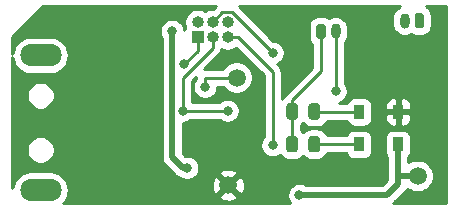
<source format=gbl>
G04 #@! TF.GenerationSoftware,KiCad,Pcbnew,5.1.6+dfsg1-1~bpo9+1*
G04 #@! TF.CreationDate,2022-04-04T20:25:57+02:00*
G04 #@! TF.ProjectId,sdrtrx-pttrelais,73647274-7278-42d7-9074-7472656c6169,rev?*
G04 #@! TF.SameCoordinates,Original*
G04 #@! TF.FileFunction,Copper,L2,Bot*
G04 #@! TF.FilePolarity,Positive*
%FSLAX46Y46*%
G04 Gerber Fmt 4.6, Leading zero omitted, Abs format (unit mm)*
G04 Created by KiCad (PCBNEW 5.1.6+dfsg1-1~bpo9+1) date 2022-04-04 20:25:57*
%MOMM*%
%LPD*%
G01*
G04 APERTURE LIST*
G04 #@! TA.AperFunction,ComponentPad*
%ADD10O,0.800000X1.300000*%
G04 #@! TD*
G04 #@! TA.AperFunction,SMDPad,CuDef*
%ADD11R,0.900000X1.200000*%
G04 #@! TD*
G04 #@! TA.AperFunction,ComponentPad*
%ADD12O,1.000000X1.000000*%
G04 #@! TD*
G04 #@! TA.AperFunction,ComponentPad*
%ADD13R,1.000000X1.000000*%
G04 #@! TD*
G04 #@! TA.AperFunction,SMDPad,CuDef*
%ADD14C,1.500000*%
G04 #@! TD*
G04 #@! TA.AperFunction,ComponentPad*
%ADD15O,3.500000X1.900000*%
G04 #@! TD*
G04 #@! TA.AperFunction,ViaPad*
%ADD16C,0.800000*%
G04 #@! TD*
G04 #@! TA.AperFunction,Conductor*
%ADD17C,0.508000*%
G04 #@! TD*
G04 #@! TA.AperFunction,Conductor*
%ADD18C,0.254000*%
G04 #@! TD*
G04 APERTURE END LIST*
G04 #@! TA.AperFunction,SMDPad,CuDef*
G36*
G01*
X124822800Y-86094250D02*
X124822800Y-87006750D01*
G75*
G02*
X124579050Y-87250500I-243750J0D01*
G01*
X124091550Y-87250500D01*
G75*
G02*
X123847800Y-87006750I0J243750D01*
G01*
X123847800Y-86094250D01*
G75*
G02*
X124091550Y-85850500I243750J0D01*
G01*
X124579050Y-85850500D01*
G75*
G02*
X124822800Y-86094250I0J-243750D01*
G01*
G37*
G04 #@! TD.AperFunction*
G04 #@! TA.AperFunction,SMDPad,CuDef*
G36*
G01*
X126697800Y-86094250D02*
X126697800Y-87006750D01*
G75*
G02*
X126454050Y-87250500I-243750J0D01*
G01*
X125966550Y-87250500D01*
G75*
G02*
X125722800Y-87006750I0J243750D01*
G01*
X125722800Y-86094250D01*
G75*
G02*
X125966550Y-85850500I243750J0D01*
G01*
X126454050Y-85850500D01*
G75*
G02*
X126697800Y-86094250I0J-243750D01*
G01*
G37*
G04 #@! TD.AperFunction*
G04 #@! TA.AperFunction,SMDPad,CuDef*
G36*
G01*
X124822800Y-88862850D02*
X124822800Y-89775350D01*
G75*
G02*
X124579050Y-90019100I-243750J0D01*
G01*
X124091550Y-90019100D01*
G75*
G02*
X123847800Y-89775350I0J243750D01*
G01*
X123847800Y-88862850D01*
G75*
G02*
X124091550Y-88619100I243750J0D01*
G01*
X124579050Y-88619100D01*
G75*
G02*
X124822800Y-88862850I0J-243750D01*
G01*
G37*
G04 #@! TD.AperFunction*
G04 #@! TA.AperFunction,SMDPad,CuDef*
G36*
G01*
X126697800Y-88862850D02*
X126697800Y-89775350D01*
G75*
G02*
X126454050Y-90019100I-243750J0D01*
G01*
X125966550Y-90019100D01*
G75*
G02*
X125722800Y-89775350I0J243750D01*
G01*
X125722800Y-88862850D01*
G75*
G02*
X125966550Y-88619100I243750J0D01*
G01*
X126454050Y-88619100D01*
G75*
G02*
X126697800Y-88862850I0J-243750D01*
G01*
G37*
G04 #@! TD.AperFunction*
D10*
X128021400Y-79756000D03*
G04 #@! TA.AperFunction,ComponentPad*
G36*
G01*
X126371400Y-80206000D02*
X126371400Y-79306000D01*
G75*
G02*
X126571400Y-79106000I200000J0D01*
G01*
X126971400Y-79106000D01*
G75*
G02*
X127171400Y-79306000I0J-200000D01*
G01*
X127171400Y-80206000D01*
G75*
G02*
X126971400Y-80406000I-200000J0D01*
G01*
X126571400Y-80406000D01*
G75*
G02*
X126371400Y-80206000I0J200000D01*
G01*
G37*
G04 #@! TD.AperFunction*
D11*
X133323600Y-86588600D03*
X130023600Y-86588600D03*
X129998200Y-89344500D03*
X133298200Y-89344500D03*
D12*
X118872000Y-78994000D03*
X118872000Y-80264000D03*
X117602000Y-78994000D03*
X117602000Y-80264000D03*
X116332000Y-78994000D03*
D13*
X116332000Y-80264000D03*
D14*
X118935500Y-92786200D03*
X134962900Y-92011500D03*
X119634000Y-83693000D03*
D10*
X133858000Y-78867000D03*
G04 #@! TA.AperFunction,ComponentPad*
G36*
G01*
X135508000Y-78417000D02*
X135508000Y-79317000D01*
G75*
G02*
X135308000Y-79517000I-200000J0D01*
G01*
X134908000Y-79517000D01*
G75*
G02*
X134708000Y-79317000I0J200000D01*
G01*
X134708000Y-78417000D01*
G75*
G02*
X134908000Y-78217000I200000J0D01*
G01*
X135308000Y-78217000D01*
G75*
G02*
X135508000Y-78417000I0J-200000D01*
G01*
G37*
G04 #@! TD.AperFunction*
D15*
X103039000Y-81803000D03*
X103039000Y-93203000D03*
D16*
X108585000Y-90170000D03*
X110236000Y-90170000D03*
X105156000Y-79883000D03*
X105156000Y-78867000D03*
X126288800Y-91135200D03*
X126263400Y-92278200D03*
X136029700Y-89560400D03*
X136029700Y-88341200D03*
X129273300Y-91122500D03*
X114173000Y-79756000D03*
X115443000Y-91313000D03*
X124955300Y-93637100D03*
X128016000Y-84836000D03*
X116967000Y-84455000D03*
X122682000Y-81580038D03*
X115062000Y-86487000D03*
X118872000Y-86487000D03*
X115182933Y-82543933D03*
X122682000Y-89408000D03*
D17*
X114173000Y-90424000D02*
X114173000Y-79756000D01*
X115062000Y-91313000D02*
X114173000Y-90424000D01*
X115062000Y-91313000D02*
X115443000Y-91313000D01*
X124955300Y-93637100D02*
X132346700Y-93637100D01*
X132346700Y-93637100D02*
X133298200Y-92685600D01*
X133373400Y-92011500D02*
X133298200Y-91936300D01*
X134962900Y-92011500D02*
X133373400Y-92011500D01*
X133298200Y-91936300D02*
X133298200Y-89344500D01*
X133298200Y-92685600D02*
X133298200Y-91936300D01*
D18*
X128016000Y-79776000D02*
X127996000Y-79756000D01*
X128016000Y-84836000D02*
X128016000Y-79776000D01*
X116967000Y-84455000D02*
X116967000Y-83693000D01*
X116967000Y-83693000D02*
X119634000Y-83693000D01*
X118429001Y-78166999D02*
X119268961Y-78166999D01*
X119268961Y-78166999D02*
X122682000Y-81580038D01*
X117602000Y-78994000D02*
X118429001Y-78166999D01*
X115062000Y-86487000D02*
X115062000Y-83693000D01*
X117602000Y-81153000D02*
X117602000Y-80264000D01*
X115062000Y-83693000D02*
X117602000Y-81153000D01*
X115062000Y-86487000D02*
X118872000Y-86487000D01*
X116332000Y-81394866D02*
X115182933Y-82543933D01*
X116332000Y-80264000D02*
X116332000Y-81394866D01*
X119761000Y-80264000D02*
X118872000Y-80264000D01*
X122682000Y-83185000D02*
X119761000Y-80264000D01*
X122682000Y-89408000D02*
X122682000Y-83185000D01*
X126235700Y-89344500D02*
X126210300Y-89319100D01*
X129998200Y-89344500D02*
X126235700Y-89344500D01*
X126248400Y-86588600D02*
X126210300Y-86550500D01*
X130023600Y-86588600D02*
X126248400Y-86588600D01*
X124335300Y-89319100D02*
X124335300Y-86550500D01*
X124335300Y-86550500D02*
X124335300Y-85595700D01*
X126771400Y-83159600D02*
X126771400Y-79756000D01*
X124335300Y-85595700D02*
X126771400Y-83159600D01*
G36*
X117659369Y-77859000D02*
G01*
X117490212Y-77859000D01*
X117270933Y-77902617D01*
X117064376Y-77988176D01*
X116967000Y-78053241D01*
X116869624Y-77988176D01*
X116663067Y-77902617D01*
X116443788Y-77859000D01*
X116220212Y-77859000D01*
X116000933Y-77902617D01*
X115794376Y-77988176D01*
X115608480Y-78112388D01*
X115450388Y-78270480D01*
X115326176Y-78456376D01*
X115240617Y-78662933D01*
X115197000Y-78882212D01*
X115197000Y-79105788D01*
X115240617Y-79325067D01*
X115286888Y-79436774D01*
X115242498Y-79519820D01*
X115206188Y-79639518D01*
X115205830Y-79643152D01*
X115168226Y-79454102D01*
X115090205Y-79265744D01*
X114976937Y-79096226D01*
X114832774Y-78952063D01*
X114663256Y-78838795D01*
X114474898Y-78760774D01*
X114274939Y-78721000D01*
X114071061Y-78721000D01*
X113871102Y-78760774D01*
X113682744Y-78838795D01*
X113513226Y-78952063D01*
X113369063Y-79096226D01*
X113255795Y-79265744D01*
X113177774Y-79454102D01*
X113138000Y-79654061D01*
X113138000Y-79857939D01*
X113177774Y-80057898D01*
X113255795Y-80246256D01*
X113284001Y-80288469D01*
X113284000Y-90380340D01*
X113279700Y-90424000D01*
X113284000Y-90467660D01*
X113284000Y-90467666D01*
X113290534Y-90534002D01*
X113296864Y-90598274D01*
X113314730Y-90657172D01*
X113347697Y-90765850D01*
X113430247Y-90920290D01*
X113541341Y-91055659D01*
X113575263Y-91083499D01*
X114402505Y-91910741D01*
X114430341Y-91944659D01*
X114464258Y-91972494D01*
X114464259Y-91972495D01*
X114473364Y-91979967D01*
X114565709Y-92055753D01*
X114720149Y-92138303D01*
X114814758Y-92167002D01*
X114887725Y-92189136D01*
X114889482Y-92189309D01*
X114891894Y-92189547D01*
X114952744Y-92230205D01*
X115141102Y-92308226D01*
X115341061Y-92348000D01*
X115544939Y-92348000D01*
X115744898Y-92308226D01*
X115933256Y-92230205D01*
X116102774Y-92116937D01*
X116246937Y-91972774D01*
X116342865Y-91829207D01*
X118158112Y-91829207D01*
X118935500Y-92606595D01*
X119712888Y-91829207D01*
X119647363Y-91590340D01*
X119400384Y-91474440D01*
X119135540Y-91408950D01*
X118863008Y-91396388D01*
X118593262Y-91437235D01*
X118336668Y-91529923D01*
X118223637Y-91590340D01*
X118158112Y-91829207D01*
X116342865Y-91829207D01*
X116360205Y-91803256D01*
X116438226Y-91614898D01*
X116478000Y-91414939D01*
X116478000Y-91211061D01*
X116438226Y-91011102D01*
X116360205Y-90822744D01*
X116246937Y-90653226D01*
X116102774Y-90509063D01*
X115933256Y-90395795D01*
X115744898Y-90317774D01*
X115544939Y-90278000D01*
X115341061Y-90278000D01*
X115293663Y-90287428D01*
X115062000Y-90055765D01*
X115062000Y-87522000D01*
X115163939Y-87522000D01*
X115363898Y-87482226D01*
X115552256Y-87404205D01*
X115721774Y-87290937D01*
X115763711Y-87249000D01*
X118170289Y-87249000D01*
X118212226Y-87290937D01*
X118381744Y-87404205D01*
X118570102Y-87482226D01*
X118770061Y-87522000D01*
X118973939Y-87522000D01*
X119173898Y-87482226D01*
X119362256Y-87404205D01*
X119531774Y-87290937D01*
X119675937Y-87146774D01*
X119789205Y-86977256D01*
X119867226Y-86788898D01*
X119907000Y-86588939D01*
X119907000Y-86385061D01*
X119867226Y-86185102D01*
X119789205Y-85996744D01*
X119675937Y-85827226D01*
X119531774Y-85683063D01*
X119362256Y-85569795D01*
X119173898Y-85491774D01*
X118973939Y-85452000D01*
X118770061Y-85452000D01*
X118570102Y-85491774D01*
X118381744Y-85569795D01*
X118212226Y-85683063D01*
X118170289Y-85725000D01*
X115824000Y-85725000D01*
X115824000Y-84008630D01*
X116208053Y-83624577D01*
X116201314Y-83693000D01*
X116205000Y-83730426D01*
X116205000Y-83753289D01*
X116163063Y-83795226D01*
X116049795Y-83964744D01*
X115971774Y-84153102D01*
X115932000Y-84353061D01*
X115932000Y-84556939D01*
X115971774Y-84756898D01*
X116049795Y-84945256D01*
X116163063Y-85114774D01*
X116307226Y-85258937D01*
X116476744Y-85372205D01*
X116665102Y-85450226D01*
X116865061Y-85490000D01*
X117068939Y-85490000D01*
X117268898Y-85450226D01*
X117457256Y-85372205D01*
X117626774Y-85258937D01*
X117770937Y-85114774D01*
X117884205Y-84945256D01*
X117962226Y-84756898D01*
X118002000Y-84556939D01*
X118002000Y-84455000D01*
X118477427Y-84455000D01*
X118558201Y-84575886D01*
X118751114Y-84768799D01*
X118977957Y-84920371D01*
X119230011Y-85024775D01*
X119497589Y-85078000D01*
X119770411Y-85078000D01*
X120037989Y-85024775D01*
X120290043Y-84920371D01*
X120516886Y-84768799D01*
X120709799Y-84575886D01*
X120861371Y-84349043D01*
X120965775Y-84096989D01*
X121019000Y-83829411D01*
X121019000Y-83556589D01*
X120965775Y-83289011D01*
X120861371Y-83036957D01*
X120709799Y-82810114D01*
X120516886Y-82617201D01*
X120290043Y-82465629D01*
X120037989Y-82361225D01*
X119770411Y-82308000D01*
X119497589Y-82308000D01*
X119230011Y-82361225D01*
X118977957Y-82465629D01*
X118751114Y-82617201D01*
X118558201Y-82810114D01*
X118477427Y-82931000D01*
X117004426Y-82931000D01*
X116967000Y-82927314D01*
X116929575Y-82931000D01*
X116929574Y-82931000D01*
X116898578Y-82934053D01*
X118114353Y-81718278D01*
X118143422Y-81694422D01*
X118238645Y-81578392D01*
X118309402Y-81446015D01*
X118352974Y-81302378D01*
X118355326Y-81278502D01*
X118540933Y-81355383D01*
X118760212Y-81399000D01*
X118983788Y-81399000D01*
X119203067Y-81355383D01*
X119409624Y-81269824D01*
X119577214Y-81157844D01*
X121920001Y-83500632D01*
X121920000Y-88706289D01*
X121878063Y-88748226D01*
X121764795Y-88917744D01*
X121686774Y-89106102D01*
X121647000Y-89306061D01*
X121647000Y-89509939D01*
X121686774Y-89709898D01*
X121764795Y-89898256D01*
X121878063Y-90067774D01*
X122022226Y-90211937D01*
X122191744Y-90325205D01*
X122380102Y-90403226D01*
X122580061Y-90443000D01*
X122783939Y-90443000D01*
X122983898Y-90403226D01*
X123172256Y-90325205D01*
X123332979Y-90217814D01*
X123358342Y-90265264D01*
X123468008Y-90398892D01*
X123601636Y-90508558D01*
X123754091Y-90590047D01*
X123919515Y-90640228D01*
X124091550Y-90657172D01*
X124579050Y-90657172D01*
X124751085Y-90640228D01*
X124916509Y-90590047D01*
X125068964Y-90508558D01*
X125202592Y-90398892D01*
X125272800Y-90313344D01*
X125343008Y-90398892D01*
X125476636Y-90508558D01*
X125629091Y-90590047D01*
X125794515Y-90640228D01*
X125966550Y-90657172D01*
X126454050Y-90657172D01*
X126626085Y-90640228D01*
X126791509Y-90590047D01*
X126943964Y-90508558D01*
X127077592Y-90398892D01*
X127187258Y-90265264D01*
X127268747Y-90112809D01*
X127270661Y-90106500D01*
X128933769Y-90106500D01*
X128958698Y-90188680D01*
X129017663Y-90298994D01*
X129097015Y-90395685D01*
X129193706Y-90475037D01*
X129304020Y-90534002D01*
X129423718Y-90570312D01*
X129548200Y-90582572D01*
X130448200Y-90582572D01*
X130572682Y-90570312D01*
X130692380Y-90534002D01*
X130802694Y-90475037D01*
X130899385Y-90395685D01*
X130978737Y-90298994D01*
X131037702Y-90188680D01*
X131074012Y-90068982D01*
X131086272Y-89944500D01*
X131086272Y-88744500D01*
X131074012Y-88620018D01*
X131037702Y-88500320D01*
X130978737Y-88390006D01*
X130899385Y-88293315D01*
X130802694Y-88213963D01*
X130692380Y-88154998D01*
X130572682Y-88118688D01*
X130448200Y-88106428D01*
X129548200Y-88106428D01*
X129423718Y-88118688D01*
X129304020Y-88154998D01*
X129193706Y-88213963D01*
X129097015Y-88293315D01*
X129017663Y-88390006D01*
X128958698Y-88500320D01*
X128933769Y-88582500D01*
X127286071Y-88582500D01*
X127268747Y-88525391D01*
X127187258Y-88372936D01*
X127077592Y-88239308D01*
X126943964Y-88129642D01*
X126791509Y-88048153D01*
X126626085Y-87997972D01*
X126454050Y-87981028D01*
X125966550Y-87981028D01*
X125794515Y-87997972D01*
X125629091Y-88048153D01*
X125476636Y-88129642D01*
X125343008Y-88239308D01*
X125272800Y-88324856D01*
X125202592Y-88239308D01*
X125097300Y-88152897D01*
X125097300Y-87716703D01*
X125202592Y-87630292D01*
X125272800Y-87544744D01*
X125343008Y-87630292D01*
X125476636Y-87739958D01*
X125629091Y-87821447D01*
X125794515Y-87871628D01*
X125966550Y-87888572D01*
X126454050Y-87888572D01*
X126626085Y-87871628D01*
X126791509Y-87821447D01*
X126943964Y-87739958D01*
X127077592Y-87630292D01*
X127187258Y-87496664D01*
X127265331Y-87350600D01*
X128959169Y-87350600D01*
X128984098Y-87432780D01*
X129043063Y-87543094D01*
X129122415Y-87639785D01*
X129219106Y-87719137D01*
X129329420Y-87778102D01*
X129449118Y-87814412D01*
X129573600Y-87826672D01*
X130473600Y-87826672D01*
X130598082Y-87814412D01*
X130717780Y-87778102D01*
X130828094Y-87719137D01*
X130924785Y-87639785D01*
X131004137Y-87543094D01*
X131063102Y-87432780D01*
X131099412Y-87313082D01*
X131111672Y-87188600D01*
X132235528Y-87188600D01*
X132247788Y-87313082D01*
X132284098Y-87432780D01*
X132343063Y-87543094D01*
X132422415Y-87639785D01*
X132519106Y-87719137D01*
X132629420Y-87778102D01*
X132749118Y-87814412D01*
X132873600Y-87826672D01*
X133037850Y-87823600D01*
X133196600Y-87664850D01*
X133196600Y-86715600D01*
X133450600Y-86715600D01*
X133450600Y-87664850D01*
X133609350Y-87823600D01*
X133773600Y-87826672D01*
X133898082Y-87814412D01*
X134017780Y-87778102D01*
X134128094Y-87719137D01*
X134224785Y-87639785D01*
X134304137Y-87543094D01*
X134363102Y-87432780D01*
X134399412Y-87313082D01*
X134411672Y-87188600D01*
X134408600Y-86874350D01*
X134249850Y-86715600D01*
X133450600Y-86715600D01*
X133196600Y-86715600D01*
X132397350Y-86715600D01*
X132238600Y-86874350D01*
X132235528Y-87188600D01*
X131111672Y-87188600D01*
X131111672Y-85988600D01*
X132235528Y-85988600D01*
X132238600Y-86302850D01*
X132397350Y-86461600D01*
X133196600Y-86461600D01*
X133196600Y-85512350D01*
X133450600Y-85512350D01*
X133450600Y-86461600D01*
X134249850Y-86461600D01*
X134408600Y-86302850D01*
X134411672Y-85988600D01*
X134399412Y-85864118D01*
X134363102Y-85744420D01*
X134304137Y-85634106D01*
X134224785Y-85537415D01*
X134128094Y-85458063D01*
X134017780Y-85399098D01*
X133898082Y-85362788D01*
X133773600Y-85350528D01*
X133609350Y-85353600D01*
X133450600Y-85512350D01*
X133196600Y-85512350D01*
X133037850Y-85353600D01*
X132873600Y-85350528D01*
X132749118Y-85362788D01*
X132629420Y-85399098D01*
X132519106Y-85458063D01*
X132422415Y-85537415D01*
X132343063Y-85634106D01*
X132284098Y-85744420D01*
X132247788Y-85864118D01*
X132235528Y-85988600D01*
X131111672Y-85988600D01*
X131099412Y-85864118D01*
X131063102Y-85744420D01*
X131004137Y-85634106D01*
X130924785Y-85537415D01*
X130828094Y-85458063D01*
X130717780Y-85399098D01*
X130598082Y-85362788D01*
X130473600Y-85350528D01*
X129573600Y-85350528D01*
X129449118Y-85362788D01*
X129329420Y-85399098D01*
X129219106Y-85458063D01*
X129122415Y-85537415D01*
X129043063Y-85634106D01*
X128984098Y-85744420D01*
X128959169Y-85826600D01*
X128329066Y-85826600D01*
X128506256Y-85753205D01*
X128675774Y-85639937D01*
X128819937Y-85495774D01*
X128933205Y-85326256D01*
X129011226Y-85137898D01*
X129051000Y-84937939D01*
X129051000Y-84734061D01*
X129011226Y-84534102D01*
X128933205Y-84345744D01*
X128819937Y-84176226D01*
X128778000Y-84134289D01*
X128778000Y-80715559D01*
X128886134Y-80583797D01*
X128982241Y-80403992D01*
X129041424Y-80208894D01*
X129056400Y-80056837D01*
X129056400Y-79455162D01*
X129041424Y-79303105D01*
X128982241Y-79108007D01*
X128886134Y-78928203D01*
X128756796Y-78770604D01*
X128599197Y-78641266D01*
X128419392Y-78545159D01*
X128224294Y-78485976D01*
X128021400Y-78465993D01*
X127818505Y-78485976D01*
X127623407Y-78545159D01*
X127463294Y-78630741D01*
X127437008Y-78609169D01*
X127292116Y-78531722D01*
X127134900Y-78484031D01*
X126971400Y-78467928D01*
X126571400Y-78467928D01*
X126407900Y-78484031D01*
X126250684Y-78531722D01*
X126105792Y-78609169D01*
X125978794Y-78713394D01*
X125874569Y-78840392D01*
X125797122Y-78985284D01*
X125749431Y-79142500D01*
X125733328Y-79306000D01*
X125733328Y-80206000D01*
X125749431Y-80369500D01*
X125797122Y-80526716D01*
X125874569Y-80671608D01*
X125978794Y-80798606D01*
X126009401Y-80823724D01*
X126009400Y-82843970D01*
X123822949Y-85030421D01*
X123793879Y-85054278D01*
X123770022Y-85083348D01*
X123770021Y-85083349D01*
X123698655Y-85170308D01*
X123627899Y-85302685D01*
X123611853Y-85355581D01*
X123601636Y-85361042D01*
X123468008Y-85470708D01*
X123444000Y-85499962D01*
X123444000Y-83222423D01*
X123447686Y-83185000D01*
X123441999Y-83127256D01*
X123432974Y-83035622D01*
X123389402Y-82891985D01*
X123345641Y-82810114D01*
X123318645Y-82759607D01*
X123247279Y-82672648D01*
X123223422Y-82643578D01*
X123194352Y-82619721D01*
X123101275Y-82526644D01*
X123172256Y-82497243D01*
X123341774Y-82383975D01*
X123485937Y-82239812D01*
X123599205Y-82070294D01*
X123677226Y-81881936D01*
X123717000Y-81681977D01*
X123717000Y-81478099D01*
X123677226Y-81278140D01*
X123599205Y-81089782D01*
X123485937Y-80920264D01*
X123341774Y-80776101D01*
X123172256Y-80662833D01*
X122983898Y-80584812D01*
X122783939Y-80545038D01*
X122724631Y-80545038D01*
X119839592Y-77660000D01*
X133452822Y-77660000D01*
X133280204Y-77752266D01*
X133122605Y-77881604D01*
X132993267Y-78039203D01*
X132897159Y-78219007D01*
X132837976Y-78414105D01*
X132823000Y-78566162D01*
X132823000Y-79167837D01*
X132837976Y-79319894D01*
X132897159Y-79514992D01*
X132993266Y-79694797D01*
X133122604Y-79852396D01*
X133280203Y-79981734D01*
X133460007Y-80077841D01*
X133655105Y-80137024D01*
X133858000Y-80157007D01*
X134060894Y-80137024D01*
X134255992Y-80077841D01*
X134416106Y-79992259D01*
X134442392Y-80013831D01*
X134587284Y-80091278D01*
X134744500Y-80138969D01*
X134908000Y-80155072D01*
X135308000Y-80155072D01*
X135471500Y-80138969D01*
X135628716Y-80091278D01*
X135773608Y-80013831D01*
X135900606Y-79909606D01*
X136004831Y-79782608D01*
X136082278Y-79637716D01*
X136129969Y-79480500D01*
X136146072Y-79317000D01*
X136146072Y-78417000D01*
X136129969Y-78253500D01*
X136082278Y-78096284D01*
X136004831Y-77951392D01*
X135900606Y-77824394D01*
X135773608Y-77720169D01*
X135661041Y-77660000D01*
X137340001Y-77660000D01*
X137340000Y-94340000D01*
X132891552Y-94340000D01*
X132978359Y-94268759D01*
X133006199Y-94234836D01*
X133895943Y-93345093D01*
X133929859Y-93317259D01*
X134040953Y-93181891D01*
X134088487Y-93092961D01*
X134306857Y-93238871D01*
X134558911Y-93343275D01*
X134826489Y-93396500D01*
X135099311Y-93396500D01*
X135366889Y-93343275D01*
X135618943Y-93238871D01*
X135845786Y-93087299D01*
X136038699Y-92894386D01*
X136190271Y-92667543D01*
X136294675Y-92415489D01*
X136347900Y-92147911D01*
X136347900Y-91875089D01*
X136294675Y-91607511D01*
X136190271Y-91355457D01*
X136038699Y-91128614D01*
X135845786Y-90935701D01*
X135618943Y-90784129D01*
X135366889Y-90679725D01*
X135099311Y-90626500D01*
X134826489Y-90626500D01*
X134558911Y-90679725D01*
X134306857Y-90784129D01*
X134187200Y-90864081D01*
X134187200Y-90405685D01*
X134199385Y-90395685D01*
X134278737Y-90298994D01*
X134337702Y-90188680D01*
X134374012Y-90068982D01*
X134386272Y-89944500D01*
X134386272Y-88744500D01*
X134374012Y-88620018D01*
X134337702Y-88500320D01*
X134278737Y-88390006D01*
X134199385Y-88293315D01*
X134102694Y-88213963D01*
X133992380Y-88154998D01*
X133872682Y-88118688D01*
X133748200Y-88106428D01*
X132848200Y-88106428D01*
X132723718Y-88118688D01*
X132604020Y-88154998D01*
X132493706Y-88213963D01*
X132397015Y-88293315D01*
X132317663Y-88390006D01*
X132258698Y-88500320D01*
X132222388Y-88620018D01*
X132210128Y-88744500D01*
X132210128Y-89944500D01*
X132222388Y-90068982D01*
X132258698Y-90188680D01*
X132317663Y-90298994D01*
X132397015Y-90395685D01*
X132409201Y-90405685D01*
X132409200Y-91892633D01*
X132409200Y-91892640D01*
X132404900Y-91936300D01*
X132409200Y-91979960D01*
X132409200Y-92317364D01*
X131978465Y-92748100D01*
X125487768Y-92748100D01*
X125445556Y-92719895D01*
X125257198Y-92641874D01*
X125057239Y-92602100D01*
X124853361Y-92602100D01*
X124653402Y-92641874D01*
X124465044Y-92719895D01*
X124295526Y-92833163D01*
X124151363Y-92977326D01*
X124038095Y-93146844D01*
X123960074Y-93335202D01*
X123920300Y-93535161D01*
X123920300Y-93739039D01*
X123960074Y-93938998D01*
X124038095Y-94127356D01*
X124151363Y-94296874D01*
X124194489Y-94340000D01*
X104952011Y-94340000D01*
X104965187Y-94329187D01*
X105163256Y-94087839D01*
X105310434Y-93812488D01*
X105331454Y-93743193D01*
X118158112Y-93743193D01*
X118223637Y-93982060D01*
X118470616Y-94097960D01*
X118735460Y-94163450D01*
X119007992Y-94176012D01*
X119277738Y-94135165D01*
X119534332Y-94042477D01*
X119647363Y-93982060D01*
X119712888Y-93743193D01*
X118935500Y-92965805D01*
X118158112Y-93743193D01*
X105331454Y-93743193D01*
X105401066Y-93513714D01*
X105431669Y-93203000D01*
X105401066Y-92892286D01*
X105390876Y-92858692D01*
X117545688Y-92858692D01*
X117586535Y-93128438D01*
X117679223Y-93385032D01*
X117739640Y-93498063D01*
X117978507Y-93563588D01*
X118755895Y-92786200D01*
X119115105Y-92786200D01*
X119892493Y-93563588D01*
X120131360Y-93498063D01*
X120247260Y-93251084D01*
X120312750Y-92986240D01*
X120325312Y-92713708D01*
X120284465Y-92443962D01*
X120191777Y-92187368D01*
X120131360Y-92074337D01*
X119892493Y-92008812D01*
X119115105Y-92786200D01*
X118755895Y-92786200D01*
X117978507Y-92008812D01*
X117739640Y-92074337D01*
X117623740Y-92321316D01*
X117558250Y-92586160D01*
X117545688Y-92858692D01*
X105390876Y-92858692D01*
X105310434Y-92593512D01*
X105163256Y-92318161D01*
X104965187Y-92076813D01*
X104723839Y-91878744D01*
X104448488Y-91731566D01*
X104149714Y-91640934D01*
X103916864Y-91618000D01*
X102161136Y-91618000D01*
X101928286Y-91640934D01*
X101629512Y-91731566D01*
X101354161Y-91878744D01*
X101112813Y-92076813D01*
X100914744Y-92318161D01*
X100767566Y-92593512D01*
X100676934Y-92892286D01*
X100660000Y-93064218D01*
X100660000Y-89686288D01*
X101854000Y-89686288D01*
X101854000Y-89919712D01*
X101899539Y-90148652D01*
X101988866Y-90364308D01*
X102118550Y-90558394D01*
X102283606Y-90723450D01*
X102477692Y-90853134D01*
X102693348Y-90942461D01*
X102922288Y-90988000D01*
X103155712Y-90988000D01*
X103384652Y-90942461D01*
X103600308Y-90853134D01*
X103794394Y-90723450D01*
X103959450Y-90558394D01*
X104089134Y-90364308D01*
X104178461Y-90148652D01*
X104224000Y-89919712D01*
X104224000Y-89686288D01*
X104178461Y-89457348D01*
X104089134Y-89241692D01*
X103959450Y-89047606D01*
X103794394Y-88882550D01*
X103600308Y-88752866D01*
X103384652Y-88663539D01*
X103155712Y-88618000D01*
X102922288Y-88618000D01*
X102693348Y-88663539D01*
X102477692Y-88752866D01*
X102283606Y-88882550D01*
X102118550Y-89047606D01*
X101988866Y-89241692D01*
X101899539Y-89457348D01*
X101854000Y-89686288D01*
X100660000Y-89686288D01*
X100660000Y-85086288D01*
X101854000Y-85086288D01*
X101854000Y-85319712D01*
X101899539Y-85548652D01*
X101988866Y-85764308D01*
X102118550Y-85958394D01*
X102283606Y-86123450D01*
X102477692Y-86253134D01*
X102693348Y-86342461D01*
X102922288Y-86388000D01*
X103155712Y-86388000D01*
X103384652Y-86342461D01*
X103600308Y-86253134D01*
X103794394Y-86123450D01*
X103959450Y-85958394D01*
X104089134Y-85764308D01*
X104178461Y-85548652D01*
X104224000Y-85319712D01*
X104224000Y-85086288D01*
X104178461Y-84857348D01*
X104089134Y-84641692D01*
X103959450Y-84447606D01*
X103794394Y-84282550D01*
X103600308Y-84152866D01*
X103384652Y-84063539D01*
X103155712Y-84018000D01*
X102922288Y-84018000D01*
X102693348Y-84063539D01*
X102477692Y-84152866D01*
X102283606Y-84282550D01*
X102118550Y-84447606D01*
X101988866Y-84641692D01*
X101899539Y-84857348D01*
X101854000Y-85086288D01*
X100660000Y-85086288D01*
X100660000Y-81941782D01*
X100676934Y-82113714D01*
X100767566Y-82412488D01*
X100914744Y-82687839D01*
X101112813Y-82929187D01*
X101354161Y-83127256D01*
X101629512Y-83274434D01*
X101928286Y-83365066D01*
X102161136Y-83388000D01*
X103916864Y-83388000D01*
X104149714Y-83365066D01*
X104448488Y-83274434D01*
X104723839Y-83127256D01*
X104965187Y-82929187D01*
X105163256Y-82687839D01*
X105310434Y-82412488D01*
X105401066Y-82113714D01*
X105431669Y-81803000D01*
X105401066Y-81492286D01*
X105310434Y-81193512D01*
X105163256Y-80918161D01*
X104965187Y-80676813D01*
X104723839Y-80478744D01*
X104448488Y-80331566D01*
X104149714Y-80240934D01*
X103916864Y-80218000D01*
X102161136Y-80218000D01*
X101928286Y-80240934D01*
X101629512Y-80331566D01*
X101354161Y-80478744D01*
X101112813Y-80676813D01*
X100914744Y-80918161D01*
X100767566Y-81193512D01*
X100676934Y-81492286D01*
X100660000Y-81664218D01*
X100660000Y-80273380D01*
X103273381Y-77660000D01*
X117858369Y-77660000D01*
X117659369Y-77859000D01*
G37*
X117659369Y-77859000D02*
X117490212Y-77859000D01*
X117270933Y-77902617D01*
X117064376Y-77988176D01*
X116967000Y-78053241D01*
X116869624Y-77988176D01*
X116663067Y-77902617D01*
X116443788Y-77859000D01*
X116220212Y-77859000D01*
X116000933Y-77902617D01*
X115794376Y-77988176D01*
X115608480Y-78112388D01*
X115450388Y-78270480D01*
X115326176Y-78456376D01*
X115240617Y-78662933D01*
X115197000Y-78882212D01*
X115197000Y-79105788D01*
X115240617Y-79325067D01*
X115286888Y-79436774D01*
X115242498Y-79519820D01*
X115206188Y-79639518D01*
X115205830Y-79643152D01*
X115168226Y-79454102D01*
X115090205Y-79265744D01*
X114976937Y-79096226D01*
X114832774Y-78952063D01*
X114663256Y-78838795D01*
X114474898Y-78760774D01*
X114274939Y-78721000D01*
X114071061Y-78721000D01*
X113871102Y-78760774D01*
X113682744Y-78838795D01*
X113513226Y-78952063D01*
X113369063Y-79096226D01*
X113255795Y-79265744D01*
X113177774Y-79454102D01*
X113138000Y-79654061D01*
X113138000Y-79857939D01*
X113177774Y-80057898D01*
X113255795Y-80246256D01*
X113284001Y-80288469D01*
X113284000Y-90380340D01*
X113279700Y-90424000D01*
X113284000Y-90467660D01*
X113284000Y-90467666D01*
X113290534Y-90534002D01*
X113296864Y-90598274D01*
X113314730Y-90657172D01*
X113347697Y-90765850D01*
X113430247Y-90920290D01*
X113541341Y-91055659D01*
X113575263Y-91083499D01*
X114402505Y-91910741D01*
X114430341Y-91944659D01*
X114464258Y-91972494D01*
X114464259Y-91972495D01*
X114473364Y-91979967D01*
X114565709Y-92055753D01*
X114720149Y-92138303D01*
X114814758Y-92167002D01*
X114887725Y-92189136D01*
X114889482Y-92189309D01*
X114891894Y-92189547D01*
X114952744Y-92230205D01*
X115141102Y-92308226D01*
X115341061Y-92348000D01*
X115544939Y-92348000D01*
X115744898Y-92308226D01*
X115933256Y-92230205D01*
X116102774Y-92116937D01*
X116246937Y-91972774D01*
X116342865Y-91829207D01*
X118158112Y-91829207D01*
X118935500Y-92606595D01*
X119712888Y-91829207D01*
X119647363Y-91590340D01*
X119400384Y-91474440D01*
X119135540Y-91408950D01*
X118863008Y-91396388D01*
X118593262Y-91437235D01*
X118336668Y-91529923D01*
X118223637Y-91590340D01*
X118158112Y-91829207D01*
X116342865Y-91829207D01*
X116360205Y-91803256D01*
X116438226Y-91614898D01*
X116478000Y-91414939D01*
X116478000Y-91211061D01*
X116438226Y-91011102D01*
X116360205Y-90822744D01*
X116246937Y-90653226D01*
X116102774Y-90509063D01*
X115933256Y-90395795D01*
X115744898Y-90317774D01*
X115544939Y-90278000D01*
X115341061Y-90278000D01*
X115293663Y-90287428D01*
X115062000Y-90055765D01*
X115062000Y-87522000D01*
X115163939Y-87522000D01*
X115363898Y-87482226D01*
X115552256Y-87404205D01*
X115721774Y-87290937D01*
X115763711Y-87249000D01*
X118170289Y-87249000D01*
X118212226Y-87290937D01*
X118381744Y-87404205D01*
X118570102Y-87482226D01*
X118770061Y-87522000D01*
X118973939Y-87522000D01*
X119173898Y-87482226D01*
X119362256Y-87404205D01*
X119531774Y-87290937D01*
X119675937Y-87146774D01*
X119789205Y-86977256D01*
X119867226Y-86788898D01*
X119907000Y-86588939D01*
X119907000Y-86385061D01*
X119867226Y-86185102D01*
X119789205Y-85996744D01*
X119675937Y-85827226D01*
X119531774Y-85683063D01*
X119362256Y-85569795D01*
X119173898Y-85491774D01*
X118973939Y-85452000D01*
X118770061Y-85452000D01*
X118570102Y-85491774D01*
X118381744Y-85569795D01*
X118212226Y-85683063D01*
X118170289Y-85725000D01*
X115824000Y-85725000D01*
X115824000Y-84008630D01*
X116208053Y-83624577D01*
X116201314Y-83693000D01*
X116205000Y-83730426D01*
X116205000Y-83753289D01*
X116163063Y-83795226D01*
X116049795Y-83964744D01*
X115971774Y-84153102D01*
X115932000Y-84353061D01*
X115932000Y-84556939D01*
X115971774Y-84756898D01*
X116049795Y-84945256D01*
X116163063Y-85114774D01*
X116307226Y-85258937D01*
X116476744Y-85372205D01*
X116665102Y-85450226D01*
X116865061Y-85490000D01*
X117068939Y-85490000D01*
X117268898Y-85450226D01*
X117457256Y-85372205D01*
X117626774Y-85258937D01*
X117770937Y-85114774D01*
X117884205Y-84945256D01*
X117962226Y-84756898D01*
X118002000Y-84556939D01*
X118002000Y-84455000D01*
X118477427Y-84455000D01*
X118558201Y-84575886D01*
X118751114Y-84768799D01*
X118977957Y-84920371D01*
X119230011Y-85024775D01*
X119497589Y-85078000D01*
X119770411Y-85078000D01*
X120037989Y-85024775D01*
X120290043Y-84920371D01*
X120516886Y-84768799D01*
X120709799Y-84575886D01*
X120861371Y-84349043D01*
X120965775Y-84096989D01*
X121019000Y-83829411D01*
X121019000Y-83556589D01*
X120965775Y-83289011D01*
X120861371Y-83036957D01*
X120709799Y-82810114D01*
X120516886Y-82617201D01*
X120290043Y-82465629D01*
X120037989Y-82361225D01*
X119770411Y-82308000D01*
X119497589Y-82308000D01*
X119230011Y-82361225D01*
X118977957Y-82465629D01*
X118751114Y-82617201D01*
X118558201Y-82810114D01*
X118477427Y-82931000D01*
X117004426Y-82931000D01*
X116967000Y-82927314D01*
X116929575Y-82931000D01*
X116929574Y-82931000D01*
X116898578Y-82934053D01*
X118114353Y-81718278D01*
X118143422Y-81694422D01*
X118238645Y-81578392D01*
X118309402Y-81446015D01*
X118352974Y-81302378D01*
X118355326Y-81278502D01*
X118540933Y-81355383D01*
X118760212Y-81399000D01*
X118983788Y-81399000D01*
X119203067Y-81355383D01*
X119409624Y-81269824D01*
X119577214Y-81157844D01*
X121920001Y-83500632D01*
X121920000Y-88706289D01*
X121878063Y-88748226D01*
X121764795Y-88917744D01*
X121686774Y-89106102D01*
X121647000Y-89306061D01*
X121647000Y-89509939D01*
X121686774Y-89709898D01*
X121764795Y-89898256D01*
X121878063Y-90067774D01*
X122022226Y-90211937D01*
X122191744Y-90325205D01*
X122380102Y-90403226D01*
X122580061Y-90443000D01*
X122783939Y-90443000D01*
X122983898Y-90403226D01*
X123172256Y-90325205D01*
X123332979Y-90217814D01*
X123358342Y-90265264D01*
X123468008Y-90398892D01*
X123601636Y-90508558D01*
X123754091Y-90590047D01*
X123919515Y-90640228D01*
X124091550Y-90657172D01*
X124579050Y-90657172D01*
X124751085Y-90640228D01*
X124916509Y-90590047D01*
X125068964Y-90508558D01*
X125202592Y-90398892D01*
X125272800Y-90313344D01*
X125343008Y-90398892D01*
X125476636Y-90508558D01*
X125629091Y-90590047D01*
X125794515Y-90640228D01*
X125966550Y-90657172D01*
X126454050Y-90657172D01*
X126626085Y-90640228D01*
X126791509Y-90590047D01*
X126943964Y-90508558D01*
X127077592Y-90398892D01*
X127187258Y-90265264D01*
X127268747Y-90112809D01*
X127270661Y-90106500D01*
X128933769Y-90106500D01*
X128958698Y-90188680D01*
X129017663Y-90298994D01*
X129097015Y-90395685D01*
X129193706Y-90475037D01*
X129304020Y-90534002D01*
X129423718Y-90570312D01*
X129548200Y-90582572D01*
X130448200Y-90582572D01*
X130572682Y-90570312D01*
X130692380Y-90534002D01*
X130802694Y-90475037D01*
X130899385Y-90395685D01*
X130978737Y-90298994D01*
X131037702Y-90188680D01*
X131074012Y-90068982D01*
X131086272Y-89944500D01*
X131086272Y-88744500D01*
X131074012Y-88620018D01*
X131037702Y-88500320D01*
X130978737Y-88390006D01*
X130899385Y-88293315D01*
X130802694Y-88213963D01*
X130692380Y-88154998D01*
X130572682Y-88118688D01*
X130448200Y-88106428D01*
X129548200Y-88106428D01*
X129423718Y-88118688D01*
X129304020Y-88154998D01*
X129193706Y-88213963D01*
X129097015Y-88293315D01*
X129017663Y-88390006D01*
X128958698Y-88500320D01*
X128933769Y-88582500D01*
X127286071Y-88582500D01*
X127268747Y-88525391D01*
X127187258Y-88372936D01*
X127077592Y-88239308D01*
X126943964Y-88129642D01*
X126791509Y-88048153D01*
X126626085Y-87997972D01*
X126454050Y-87981028D01*
X125966550Y-87981028D01*
X125794515Y-87997972D01*
X125629091Y-88048153D01*
X125476636Y-88129642D01*
X125343008Y-88239308D01*
X125272800Y-88324856D01*
X125202592Y-88239308D01*
X125097300Y-88152897D01*
X125097300Y-87716703D01*
X125202592Y-87630292D01*
X125272800Y-87544744D01*
X125343008Y-87630292D01*
X125476636Y-87739958D01*
X125629091Y-87821447D01*
X125794515Y-87871628D01*
X125966550Y-87888572D01*
X126454050Y-87888572D01*
X126626085Y-87871628D01*
X126791509Y-87821447D01*
X126943964Y-87739958D01*
X127077592Y-87630292D01*
X127187258Y-87496664D01*
X127265331Y-87350600D01*
X128959169Y-87350600D01*
X128984098Y-87432780D01*
X129043063Y-87543094D01*
X129122415Y-87639785D01*
X129219106Y-87719137D01*
X129329420Y-87778102D01*
X129449118Y-87814412D01*
X129573600Y-87826672D01*
X130473600Y-87826672D01*
X130598082Y-87814412D01*
X130717780Y-87778102D01*
X130828094Y-87719137D01*
X130924785Y-87639785D01*
X131004137Y-87543094D01*
X131063102Y-87432780D01*
X131099412Y-87313082D01*
X131111672Y-87188600D01*
X132235528Y-87188600D01*
X132247788Y-87313082D01*
X132284098Y-87432780D01*
X132343063Y-87543094D01*
X132422415Y-87639785D01*
X132519106Y-87719137D01*
X132629420Y-87778102D01*
X132749118Y-87814412D01*
X132873600Y-87826672D01*
X133037850Y-87823600D01*
X133196600Y-87664850D01*
X133196600Y-86715600D01*
X133450600Y-86715600D01*
X133450600Y-87664850D01*
X133609350Y-87823600D01*
X133773600Y-87826672D01*
X133898082Y-87814412D01*
X134017780Y-87778102D01*
X134128094Y-87719137D01*
X134224785Y-87639785D01*
X134304137Y-87543094D01*
X134363102Y-87432780D01*
X134399412Y-87313082D01*
X134411672Y-87188600D01*
X134408600Y-86874350D01*
X134249850Y-86715600D01*
X133450600Y-86715600D01*
X133196600Y-86715600D01*
X132397350Y-86715600D01*
X132238600Y-86874350D01*
X132235528Y-87188600D01*
X131111672Y-87188600D01*
X131111672Y-85988600D01*
X132235528Y-85988600D01*
X132238600Y-86302850D01*
X132397350Y-86461600D01*
X133196600Y-86461600D01*
X133196600Y-85512350D01*
X133450600Y-85512350D01*
X133450600Y-86461600D01*
X134249850Y-86461600D01*
X134408600Y-86302850D01*
X134411672Y-85988600D01*
X134399412Y-85864118D01*
X134363102Y-85744420D01*
X134304137Y-85634106D01*
X134224785Y-85537415D01*
X134128094Y-85458063D01*
X134017780Y-85399098D01*
X133898082Y-85362788D01*
X133773600Y-85350528D01*
X133609350Y-85353600D01*
X133450600Y-85512350D01*
X133196600Y-85512350D01*
X133037850Y-85353600D01*
X132873600Y-85350528D01*
X132749118Y-85362788D01*
X132629420Y-85399098D01*
X132519106Y-85458063D01*
X132422415Y-85537415D01*
X132343063Y-85634106D01*
X132284098Y-85744420D01*
X132247788Y-85864118D01*
X132235528Y-85988600D01*
X131111672Y-85988600D01*
X131099412Y-85864118D01*
X131063102Y-85744420D01*
X131004137Y-85634106D01*
X130924785Y-85537415D01*
X130828094Y-85458063D01*
X130717780Y-85399098D01*
X130598082Y-85362788D01*
X130473600Y-85350528D01*
X129573600Y-85350528D01*
X129449118Y-85362788D01*
X129329420Y-85399098D01*
X129219106Y-85458063D01*
X129122415Y-85537415D01*
X129043063Y-85634106D01*
X128984098Y-85744420D01*
X128959169Y-85826600D01*
X128329066Y-85826600D01*
X128506256Y-85753205D01*
X128675774Y-85639937D01*
X128819937Y-85495774D01*
X128933205Y-85326256D01*
X129011226Y-85137898D01*
X129051000Y-84937939D01*
X129051000Y-84734061D01*
X129011226Y-84534102D01*
X128933205Y-84345744D01*
X128819937Y-84176226D01*
X128778000Y-84134289D01*
X128778000Y-80715559D01*
X128886134Y-80583797D01*
X128982241Y-80403992D01*
X129041424Y-80208894D01*
X129056400Y-80056837D01*
X129056400Y-79455162D01*
X129041424Y-79303105D01*
X128982241Y-79108007D01*
X128886134Y-78928203D01*
X128756796Y-78770604D01*
X128599197Y-78641266D01*
X128419392Y-78545159D01*
X128224294Y-78485976D01*
X128021400Y-78465993D01*
X127818505Y-78485976D01*
X127623407Y-78545159D01*
X127463294Y-78630741D01*
X127437008Y-78609169D01*
X127292116Y-78531722D01*
X127134900Y-78484031D01*
X126971400Y-78467928D01*
X126571400Y-78467928D01*
X126407900Y-78484031D01*
X126250684Y-78531722D01*
X126105792Y-78609169D01*
X125978794Y-78713394D01*
X125874569Y-78840392D01*
X125797122Y-78985284D01*
X125749431Y-79142500D01*
X125733328Y-79306000D01*
X125733328Y-80206000D01*
X125749431Y-80369500D01*
X125797122Y-80526716D01*
X125874569Y-80671608D01*
X125978794Y-80798606D01*
X126009401Y-80823724D01*
X126009400Y-82843970D01*
X123822949Y-85030421D01*
X123793879Y-85054278D01*
X123770022Y-85083348D01*
X123770021Y-85083349D01*
X123698655Y-85170308D01*
X123627899Y-85302685D01*
X123611853Y-85355581D01*
X123601636Y-85361042D01*
X123468008Y-85470708D01*
X123444000Y-85499962D01*
X123444000Y-83222423D01*
X123447686Y-83185000D01*
X123441999Y-83127256D01*
X123432974Y-83035622D01*
X123389402Y-82891985D01*
X123345641Y-82810114D01*
X123318645Y-82759607D01*
X123247279Y-82672648D01*
X123223422Y-82643578D01*
X123194352Y-82619721D01*
X123101275Y-82526644D01*
X123172256Y-82497243D01*
X123341774Y-82383975D01*
X123485937Y-82239812D01*
X123599205Y-82070294D01*
X123677226Y-81881936D01*
X123717000Y-81681977D01*
X123717000Y-81478099D01*
X123677226Y-81278140D01*
X123599205Y-81089782D01*
X123485937Y-80920264D01*
X123341774Y-80776101D01*
X123172256Y-80662833D01*
X122983898Y-80584812D01*
X122783939Y-80545038D01*
X122724631Y-80545038D01*
X119839592Y-77660000D01*
X133452822Y-77660000D01*
X133280204Y-77752266D01*
X133122605Y-77881604D01*
X132993267Y-78039203D01*
X132897159Y-78219007D01*
X132837976Y-78414105D01*
X132823000Y-78566162D01*
X132823000Y-79167837D01*
X132837976Y-79319894D01*
X132897159Y-79514992D01*
X132993266Y-79694797D01*
X133122604Y-79852396D01*
X133280203Y-79981734D01*
X133460007Y-80077841D01*
X133655105Y-80137024D01*
X133858000Y-80157007D01*
X134060894Y-80137024D01*
X134255992Y-80077841D01*
X134416106Y-79992259D01*
X134442392Y-80013831D01*
X134587284Y-80091278D01*
X134744500Y-80138969D01*
X134908000Y-80155072D01*
X135308000Y-80155072D01*
X135471500Y-80138969D01*
X135628716Y-80091278D01*
X135773608Y-80013831D01*
X135900606Y-79909606D01*
X136004831Y-79782608D01*
X136082278Y-79637716D01*
X136129969Y-79480500D01*
X136146072Y-79317000D01*
X136146072Y-78417000D01*
X136129969Y-78253500D01*
X136082278Y-78096284D01*
X136004831Y-77951392D01*
X135900606Y-77824394D01*
X135773608Y-77720169D01*
X135661041Y-77660000D01*
X137340001Y-77660000D01*
X137340000Y-94340000D01*
X132891552Y-94340000D01*
X132978359Y-94268759D01*
X133006199Y-94234836D01*
X133895943Y-93345093D01*
X133929859Y-93317259D01*
X134040953Y-93181891D01*
X134088487Y-93092961D01*
X134306857Y-93238871D01*
X134558911Y-93343275D01*
X134826489Y-93396500D01*
X135099311Y-93396500D01*
X135366889Y-93343275D01*
X135618943Y-93238871D01*
X135845786Y-93087299D01*
X136038699Y-92894386D01*
X136190271Y-92667543D01*
X136294675Y-92415489D01*
X136347900Y-92147911D01*
X136347900Y-91875089D01*
X136294675Y-91607511D01*
X136190271Y-91355457D01*
X136038699Y-91128614D01*
X135845786Y-90935701D01*
X135618943Y-90784129D01*
X135366889Y-90679725D01*
X135099311Y-90626500D01*
X134826489Y-90626500D01*
X134558911Y-90679725D01*
X134306857Y-90784129D01*
X134187200Y-90864081D01*
X134187200Y-90405685D01*
X134199385Y-90395685D01*
X134278737Y-90298994D01*
X134337702Y-90188680D01*
X134374012Y-90068982D01*
X134386272Y-89944500D01*
X134386272Y-88744500D01*
X134374012Y-88620018D01*
X134337702Y-88500320D01*
X134278737Y-88390006D01*
X134199385Y-88293315D01*
X134102694Y-88213963D01*
X133992380Y-88154998D01*
X133872682Y-88118688D01*
X133748200Y-88106428D01*
X132848200Y-88106428D01*
X132723718Y-88118688D01*
X132604020Y-88154998D01*
X132493706Y-88213963D01*
X132397015Y-88293315D01*
X132317663Y-88390006D01*
X132258698Y-88500320D01*
X132222388Y-88620018D01*
X132210128Y-88744500D01*
X132210128Y-89944500D01*
X132222388Y-90068982D01*
X132258698Y-90188680D01*
X132317663Y-90298994D01*
X132397015Y-90395685D01*
X132409201Y-90405685D01*
X132409200Y-91892633D01*
X132409200Y-91892640D01*
X132404900Y-91936300D01*
X132409200Y-91979960D01*
X132409200Y-92317364D01*
X131978465Y-92748100D01*
X125487768Y-92748100D01*
X125445556Y-92719895D01*
X125257198Y-92641874D01*
X125057239Y-92602100D01*
X124853361Y-92602100D01*
X124653402Y-92641874D01*
X124465044Y-92719895D01*
X124295526Y-92833163D01*
X124151363Y-92977326D01*
X124038095Y-93146844D01*
X123960074Y-93335202D01*
X123920300Y-93535161D01*
X123920300Y-93739039D01*
X123960074Y-93938998D01*
X124038095Y-94127356D01*
X124151363Y-94296874D01*
X124194489Y-94340000D01*
X104952011Y-94340000D01*
X104965187Y-94329187D01*
X105163256Y-94087839D01*
X105310434Y-93812488D01*
X105331454Y-93743193D01*
X118158112Y-93743193D01*
X118223637Y-93982060D01*
X118470616Y-94097960D01*
X118735460Y-94163450D01*
X119007992Y-94176012D01*
X119277738Y-94135165D01*
X119534332Y-94042477D01*
X119647363Y-93982060D01*
X119712888Y-93743193D01*
X118935500Y-92965805D01*
X118158112Y-93743193D01*
X105331454Y-93743193D01*
X105401066Y-93513714D01*
X105431669Y-93203000D01*
X105401066Y-92892286D01*
X105390876Y-92858692D01*
X117545688Y-92858692D01*
X117586535Y-93128438D01*
X117679223Y-93385032D01*
X117739640Y-93498063D01*
X117978507Y-93563588D01*
X118755895Y-92786200D01*
X119115105Y-92786200D01*
X119892493Y-93563588D01*
X120131360Y-93498063D01*
X120247260Y-93251084D01*
X120312750Y-92986240D01*
X120325312Y-92713708D01*
X120284465Y-92443962D01*
X120191777Y-92187368D01*
X120131360Y-92074337D01*
X119892493Y-92008812D01*
X119115105Y-92786200D01*
X118755895Y-92786200D01*
X117978507Y-92008812D01*
X117739640Y-92074337D01*
X117623740Y-92321316D01*
X117558250Y-92586160D01*
X117545688Y-92858692D01*
X105390876Y-92858692D01*
X105310434Y-92593512D01*
X105163256Y-92318161D01*
X104965187Y-92076813D01*
X104723839Y-91878744D01*
X104448488Y-91731566D01*
X104149714Y-91640934D01*
X103916864Y-91618000D01*
X102161136Y-91618000D01*
X101928286Y-91640934D01*
X101629512Y-91731566D01*
X101354161Y-91878744D01*
X101112813Y-92076813D01*
X100914744Y-92318161D01*
X100767566Y-92593512D01*
X100676934Y-92892286D01*
X100660000Y-93064218D01*
X100660000Y-89686288D01*
X101854000Y-89686288D01*
X101854000Y-89919712D01*
X101899539Y-90148652D01*
X101988866Y-90364308D01*
X102118550Y-90558394D01*
X102283606Y-90723450D01*
X102477692Y-90853134D01*
X102693348Y-90942461D01*
X102922288Y-90988000D01*
X103155712Y-90988000D01*
X103384652Y-90942461D01*
X103600308Y-90853134D01*
X103794394Y-90723450D01*
X103959450Y-90558394D01*
X104089134Y-90364308D01*
X104178461Y-90148652D01*
X104224000Y-89919712D01*
X104224000Y-89686288D01*
X104178461Y-89457348D01*
X104089134Y-89241692D01*
X103959450Y-89047606D01*
X103794394Y-88882550D01*
X103600308Y-88752866D01*
X103384652Y-88663539D01*
X103155712Y-88618000D01*
X102922288Y-88618000D01*
X102693348Y-88663539D01*
X102477692Y-88752866D01*
X102283606Y-88882550D01*
X102118550Y-89047606D01*
X101988866Y-89241692D01*
X101899539Y-89457348D01*
X101854000Y-89686288D01*
X100660000Y-89686288D01*
X100660000Y-85086288D01*
X101854000Y-85086288D01*
X101854000Y-85319712D01*
X101899539Y-85548652D01*
X101988866Y-85764308D01*
X102118550Y-85958394D01*
X102283606Y-86123450D01*
X102477692Y-86253134D01*
X102693348Y-86342461D01*
X102922288Y-86388000D01*
X103155712Y-86388000D01*
X103384652Y-86342461D01*
X103600308Y-86253134D01*
X103794394Y-86123450D01*
X103959450Y-85958394D01*
X104089134Y-85764308D01*
X104178461Y-85548652D01*
X104224000Y-85319712D01*
X104224000Y-85086288D01*
X104178461Y-84857348D01*
X104089134Y-84641692D01*
X103959450Y-84447606D01*
X103794394Y-84282550D01*
X103600308Y-84152866D01*
X103384652Y-84063539D01*
X103155712Y-84018000D01*
X102922288Y-84018000D01*
X102693348Y-84063539D01*
X102477692Y-84152866D01*
X102283606Y-84282550D01*
X102118550Y-84447606D01*
X101988866Y-84641692D01*
X101899539Y-84857348D01*
X101854000Y-85086288D01*
X100660000Y-85086288D01*
X100660000Y-81941782D01*
X100676934Y-82113714D01*
X100767566Y-82412488D01*
X100914744Y-82687839D01*
X101112813Y-82929187D01*
X101354161Y-83127256D01*
X101629512Y-83274434D01*
X101928286Y-83365066D01*
X102161136Y-83388000D01*
X103916864Y-83388000D01*
X104149714Y-83365066D01*
X104448488Y-83274434D01*
X104723839Y-83127256D01*
X104965187Y-82929187D01*
X105163256Y-82687839D01*
X105310434Y-82412488D01*
X105401066Y-82113714D01*
X105431669Y-81803000D01*
X105401066Y-81492286D01*
X105310434Y-81193512D01*
X105163256Y-80918161D01*
X104965187Y-80676813D01*
X104723839Y-80478744D01*
X104448488Y-80331566D01*
X104149714Y-80240934D01*
X103916864Y-80218000D01*
X102161136Y-80218000D01*
X101928286Y-80240934D01*
X101629512Y-80331566D01*
X101354161Y-80478744D01*
X101112813Y-80676813D01*
X100914744Y-80918161D01*
X100767566Y-81193512D01*
X100676934Y-81492286D01*
X100660000Y-81664218D01*
X100660000Y-80273380D01*
X103273381Y-77660000D01*
X117858369Y-77660000D01*
X117659369Y-77859000D01*
G36*
X119019000Y-78994668D02*
G01*
X119019000Y-79121000D01*
X118999000Y-79121000D01*
X118999000Y-79132026D01*
X118983788Y-79129000D01*
X118760212Y-79129000D01*
X118745000Y-79132026D01*
X118745000Y-79121000D01*
X118733974Y-79121000D01*
X118737000Y-79105788D01*
X118737000Y-78936631D01*
X118744632Y-78928999D01*
X118953331Y-78928999D01*
X119019000Y-78994668D01*
G37*
X119019000Y-78994668D02*
X119019000Y-79121000D01*
X118999000Y-79121000D01*
X118999000Y-79132026D01*
X118983788Y-79129000D01*
X118760212Y-79129000D01*
X118745000Y-79132026D01*
X118745000Y-79121000D01*
X118733974Y-79121000D01*
X118737000Y-79105788D01*
X118737000Y-78936631D01*
X118744632Y-78928999D01*
X118953331Y-78928999D01*
X119019000Y-78994668D01*
M02*

</source>
